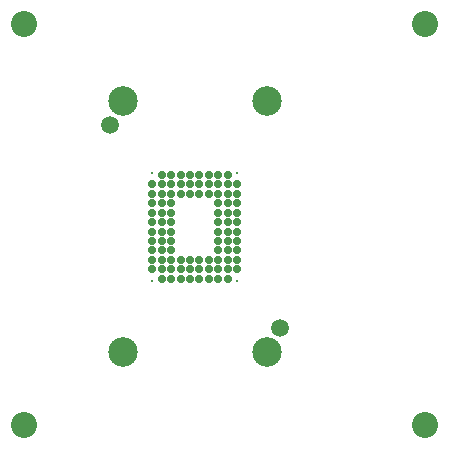
<source format=gts>
G04*
G04 #@! TF.GenerationSoftware,Altium Limited,Altium Designer,19.1.1 (5)*
G04*
G04 Layer_Color=8388736*
%FSLAX44Y44*%
%MOMM*%
G71*
G01*
G75*
%ADD17P,0.2474X8X112.5*%
%ADD18C,0.7033*%
%ADD19C,2.2032*%
%ADD20C,1.5032*%
%ADD21C,2.5032*%
D17*
X210969Y152371D02*
D03*
X138671D02*
D03*
X210969Y243669D02*
D03*
X138671D02*
D03*
D18*
X202821Y154020D02*
D03*
X194820D02*
D03*
X186819D02*
D03*
X178820D02*
D03*
X170819D02*
D03*
X162821D02*
D03*
X154820D02*
D03*
X146819D02*
D03*
X210819Y162021D02*
D03*
X202821D02*
D03*
X194820D02*
D03*
X186819D02*
D03*
X178820D02*
D03*
X170819D02*
D03*
X162821D02*
D03*
X154820D02*
D03*
X146819D02*
D03*
X138821D02*
D03*
X210819Y170019D02*
D03*
X202821D02*
D03*
X194820D02*
D03*
X186819D02*
D03*
X178820D02*
D03*
X170819D02*
D03*
X162821D02*
D03*
X154820D02*
D03*
X146819D02*
D03*
X138821D02*
D03*
X210819Y178020D02*
D03*
X202821D02*
D03*
X194820D02*
D03*
X154820D02*
D03*
X146819D02*
D03*
X138821D02*
D03*
X210819Y186021D02*
D03*
X202821D02*
D03*
X194820D02*
D03*
X154820D02*
D03*
X146819D02*
D03*
X138821D02*
D03*
X210819Y194020D02*
D03*
X202821D02*
D03*
X194820D02*
D03*
X154820D02*
D03*
X146819D02*
D03*
X138821D02*
D03*
X210819Y202020D02*
D03*
X202821D02*
D03*
X194820D02*
D03*
X154820D02*
D03*
X146819D02*
D03*
X138821D02*
D03*
X210819Y210019D02*
D03*
X202821D02*
D03*
X194820D02*
D03*
X154820D02*
D03*
X146819D02*
D03*
X138821D02*
D03*
X210819Y218020D02*
D03*
X202821D02*
D03*
X194820D02*
D03*
X154820D02*
D03*
X146819D02*
D03*
X138821D02*
D03*
X210819Y226021D02*
D03*
X202821D02*
D03*
X194820D02*
D03*
X186819D02*
D03*
X178820D02*
D03*
X170819D02*
D03*
X162821D02*
D03*
X154820D02*
D03*
X146819D02*
D03*
X138821D02*
D03*
X210819Y234019D02*
D03*
X202821D02*
D03*
X194820D02*
D03*
X186819D02*
D03*
X178820D02*
D03*
X170819D02*
D03*
X162821D02*
D03*
X154820D02*
D03*
X146819D02*
D03*
X138821D02*
D03*
X202821Y242020D02*
D03*
X194820D02*
D03*
X186819D02*
D03*
X178820D02*
D03*
X170819D02*
D03*
X162821D02*
D03*
X154820D02*
D03*
X146819D02*
D03*
D19*
X30000Y30000D02*
D03*
Y370000D02*
D03*
X370000Y30000D02*
D03*
Y370000D02*
D03*
D20*
X246789Y112251D02*
D03*
X102791Y284249D02*
D03*
D21*
X113789Y92251D02*
D03*
X235791D02*
D03*
X113789Y304249D02*
D03*
X235791D02*
D03*
M02*

</source>
